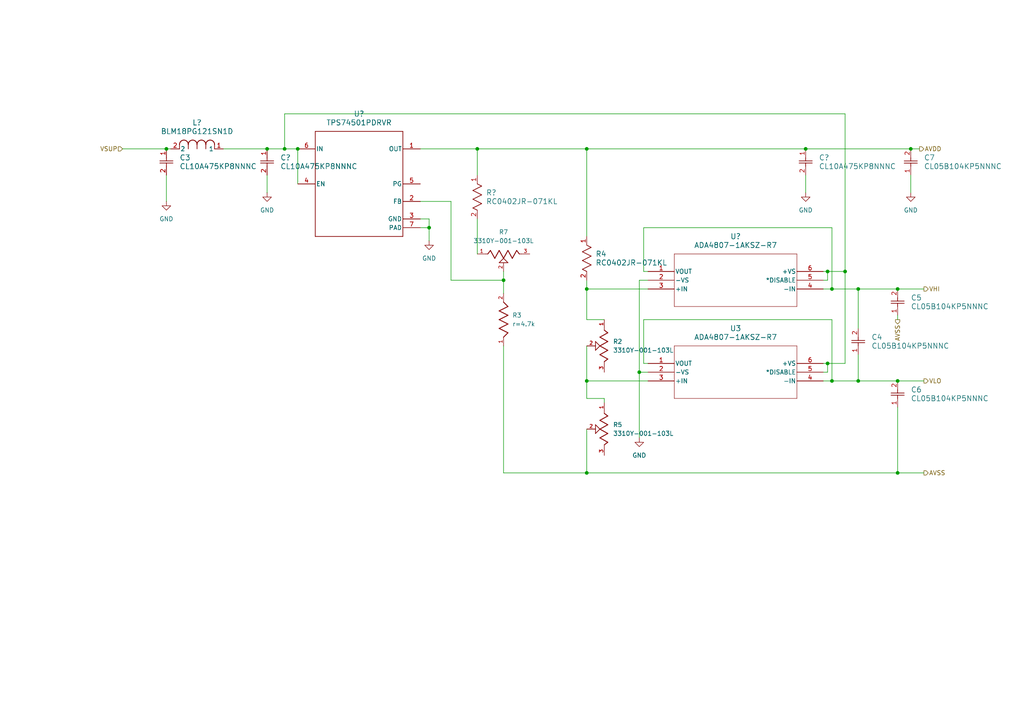
<source format=kicad_sch>
(kicad_sch (version 20231120) (generator "eeschema") (generator_version "8.0")
  (paper "A4")
  (lib_symbols
    (symbol "Cap100nF:CL05B104KP5NNNC" (pin_names (offset 0.254))
      (property "Reference" "C" (at 3.81 3.81 0))
      (property "Value" "CL05B104KP5NNNC" (at 3.81 -3.81 0))
      (symbol "CL05B104KP5NNNC_1_1"
        (polyline (pts (xy 2.54 0) (xy 3.4798 0)) (stroke (width 0.2032)))
        (polyline (pts (xy 3.4798 -1.905) (xy 3.4798 1.905)) (stroke (width 0.2032)))
        (polyline (pts (xy 4.1148 -1.905) (xy 4.1148 1.905)) (stroke (width 0.2032)))
        (polyline (pts (xy 4.1148 0) (xy 5.08 0)) (stroke (width 0.2032)))
        (pin unspecified line (at 0 0 0) (length 2.54) (name "") (number "1"))
        (pin unspecified line (at 7.62 0 180) (length 2.54) (name "") (number "2"))
      )
      (symbol "CL05B104KP5NNNC_1_2"
        (polyline (pts (xy -1.905 -4.1148) (xy 1.905 -4.1148)) (stroke (width 0.2032)))
        (polyline (pts (xy -1.905 -3.4798) (xy 1.905 -3.4798)) (stroke (width 0.2032)))
        (polyline (pts (xy 0 -4.1148) (xy 0 -5.08)) (stroke (width 0.2032)))
        (polyline (pts (xy 0 -2.54) (xy 0 -3.4798)) (stroke (width 0.2032)))
        (pin unspecified line (at 0 0 270) (length 2.54) (name "") (number "1"))
        (pin unspecified line (at 0 -7.62 90) (length 2.54) (name "") (number "2"))
      )
    )
    (symbol "Cap4.7uF:CL10A475KP8NNNC" (pin_names (offset 0.254))
      (property "Reference" "C" (at 3.81 3.81 0))
      (property "Value" "CL10A475KP8NNNC" (at 3.81 -3.81 0))
      (symbol "CL10A475KP8NNNC_1_1"
        (polyline (pts (xy 2.54 0) (xy 3.4798 0)) (stroke (width 0.2032)))
        (polyline (pts (xy 3.4798 -1.905) (xy 3.4798 1.905)) (stroke (width 0.2032)))
        (polyline (pts (xy 4.1148 -1.905) (xy 4.1148 1.905)) (stroke (width 0.2032)))
        (polyline (pts (xy 4.1148 0) (xy 5.08 0)) (stroke (width 0.2032)))
        (pin unspecified line (at 0 0 0) (length 2.54) (name "") (number "1"))
        (pin unspecified line (at 7.62 0 180) (length 2.54) (name "") (number "2"))
      )
      (symbol "CL10A475KP8NNNC_1_2"
        (polyline (pts (xy -1.905 -4.1148) (xy 1.905 -4.1148)) (stroke (width 0.2032)))
        (polyline (pts (xy -1.905 -3.4798) (xy 1.905 -3.4798)) (stroke (width 0.2032)))
        (polyline (pts (xy 0 -4.1148) (xy 0 -5.08)) (stroke (width 0.2032)))
        (polyline (pts (xy 0 -2.54) (xy 0 -3.4798)) (stroke (width 0.2032)))
        (pin unspecified line (at 0 0 270) (length 2.54) (name "") (number "1"))
        (pin unspecified line (at 0 -7.62 90) (length 2.54) (name "") (number "2"))
      )
    )
    (symbol "LDO:TPS74501PDRVR" (pin_names (offset 0.254))
      (property "Reference" "U" (at 0 2.54 0))
      (property "Value" "TPS74501PDRVR" (at 0 0 0))
      (symbol "TPS74501PDRVR_0_1"
        (polyline (pts (xy -12.7 -15.24) (xy 12.7 -15.24)) (stroke (width 0.2032)))
        (polyline (pts (xy -12.7 15.24) (xy -12.7 -15.24)) (stroke (width 0.2032)))
        (polyline (pts (xy 12.7 -15.24) (xy 12.7 15.24)) (stroke (width 0.2032)))
        (polyline (pts (xy 12.7 15.24) (xy -12.7 15.24)) (stroke (width 0.2032)))
        (pin power_in line (at 17.78 10.16 180) (length 5.08) (name "OUT") (number "1"))
        (pin input line (at 17.78 -5.08 180) (length 5.08) (name "FB") (number "2"))
        (pin power_in line (at 17.78 -10.16 180) (length 5.08) (name "GND") (number "3"))
        (pin input line (at -17.78 0 0) (length 5.08) (name "EN") (number "4"))
        (pin open_collector line (at 17.78 0 180) (length 5.08) (name "PG") (number "5"))
        (pin power_in line (at -17.78 10.16 0) (length 5.08) (name "IN") (number "6"))
        (pin power_in line (at 17.78 -12.7 180) (length 5.08) (name "PAD") (number "7"))
      )
    )
    (symbol "Opamp:ADA4807-1AKSZ-R7" (pin_names (offset 0.254))
      (property "Reference" "U" (at 25.4 10.16 0))
      (property "Value" "ADA4807-1AKSZ-R7" (at 25.4 7.62 0))
      (symbol "ADA4807-1AKSZ-R7_0_1"
        (polyline (pts (xy 7.62 -10.16) (xy 43.18 -10.16)) (stroke (width 0.127)))
        (polyline (pts (xy 7.62 5.08) (xy 7.62 -10.16)) (stroke (width 0.127)))
        (polyline (pts (xy 43.18 -10.16) (xy 43.18 5.08)) (stroke (width 0.127)))
        (polyline (pts (xy 43.18 5.08) (xy 7.62 5.08)) (stroke (width 0.127)))
        (pin power_in line (at 0 0 0) (length 7.62) (name "VOUT") (number "1"))
        (pin power_in line (at 0 -2.54 0) (length 7.62) (name "-VS") (number "2"))
        (pin input line (at 0 -5.08 0) (length 7.62) (name "+IN") (number "3"))
        (pin input line (at 50.8 -5.08 180) (length 7.62) (name "-IN") (number "4"))
        (pin unspecified line (at 50.8 -2.54 180) (length 7.62) (name "*DISABLE") (number "5"))
        (pin power_in line (at 50.8 0 180) (length 7.62) (name "+VS") (number "6"))
      )
    )
    (symbol "Resistor1k:RC0402JR-071KL" (pin_names (offset 0.254))
      (property "Reference" "R" (at 5.715 3.81 0))
      (property "Value" "RC0402JR-071KL" (at 6.35 -3.81 0))
      (symbol "RC0402JR-071KL_1_1"
        (polyline (pts (xy 2.54 0) (xy 3.175 1.27)) (stroke (width 0.2032)))
        (polyline (pts (xy 3.175 1.27) (xy 4.445 -1.27)) (stroke (width 0.2032)))
        (polyline (pts (xy 4.445 -1.27) (xy 5.715 1.27)) (stroke (width 0.2032)))
        (polyline (pts (xy 5.715 1.27) (xy 6.985 -1.27)) (stroke (width 0.2032)))
        (polyline (pts (xy 6.985 -1.27) (xy 8.255 1.27)) (stroke (width 0.2032)))
        (polyline (pts (xy 8.255 1.27) (xy 9.525 -1.27)) (stroke (width 0.2032)))
        (polyline (pts (xy 9.525 -1.27) (xy 10.16 0)) (stroke (width 0.2032)))
        (pin unspecified line (at 12.7 0 180) (length 2.54) (name "") (number "1"))
        (pin unspecified line (at 0 0 0) (length 2.54) (name "") (number "2"))
      )
      (symbol "RC0402JR-071KL_1_2"
        (polyline (pts (xy -1.27 3.175) (xy 1.27 4.445)) (stroke (width 0.2032)))
        (polyline (pts (xy -1.27 5.715) (xy 1.27 6.985)) (stroke (width 0.2032)))
        (polyline (pts (xy -1.27 8.255) (xy 1.27 9.525)) (stroke (width 0.2032)))
        (polyline (pts (xy 0 2.54) (xy -1.27 3.175)) (stroke (width 0.2032)))
        (polyline (pts (xy 1.27 4.445) (xy -1.27 5.715)) (stroke (width 0.2032)))
        (polyline (pts (xy 1.27 6.985) (xy -1.27 8.255)) (stroke (width 0.2032)))
        (polyline (pts (xy 1.27 9.525) (xy 0 10.16)) (stroke (width 0.2032)))
        (pin unspecified line (at 0 12.7 270) (length 2.54) (name "") (number "1"))
        (pin unspecified line (at 0 0 90) (length 2.54) (name "") (number "2"))
      )
    )
    (symbol "ferriteBeads120Ohm:BLM18PG121SN1D" (pin_names (offset 0.254))
      (property "Reference" "L" (at 6.985 5.08 0))
      (property "Value" "BLM18PG121SN1D" (at 6.985 -2.54 0))
      (symbol "BLM18PG121SN1D_1_1"
        (polyline (pts (xy 2.54 0) (xy 2.54 1.27)) (stroke (width 0.2032)))
        (polyline (pts (xy 5.08 0) (xy 5.08 1.27)) (stroke (width 0.2032)))
        (polyline (pts (xy 7.62 0) (xy 7.62 1.27)) (stroke (width 0.2032)))
        (polyline (pts (xy 10.16 0) (xy 10.16 1.27)) (stroke (width 0.2032)))
        (polyline (pts (xy 12.7 0) (xy 12.7 1.27)) (stroke (width 0.2032)))
        (arc (start 5.08 1.27) (mid 3.81 2.5344) (end 2.54 1.27) (stroke (width 0.254)))
        (arc (start 7.62 1.27) (mid 6.35 2.5344) (end 5.08 1.27) (stroke (width 0.254)))
        (arc (start 10.16 1.27) (mid 8.89 2.5344) (end 7.62 1.27) (stroke (width 0.254)))
        (arc (start 12.7 1.27) (mid 11.43 2.5344) (end 10.16 1.27) (stroke (width 0.254)))
        (pin unspecified line (at 15.24 0 180) (length 2.54) (name "1") (number "1"))
        (pin unspecified line (at 0 0 0) (length 2.54) (name "2") (number "2"))
      )
      (symbol "BLM18PG121SN1D_1_2"
        (arc (start -1.27 5.08) (mid -2.5344 3.81) (end -1.27 2.54) (stroke (width 0.254)))
        (arc (start -1.27 7.62) (mid -2.5344 6.35) (end -1.27 5.08) (stroke (width 0.254)))
        (arc (start -1.27 10.16) (mid -2.5344 8.89) (end -1.27 7.62) (stroke (width 0.254)))
        (arc (start -1.27 12.7) (mid -2.5344 11.43) (end -1.27 10.16) (stroke (width 0.254)))
        (polyline (pts (xy 0 2.54) (xy -1.27 2.54)) (stroke (width 0.2032)))
        (polyline (pts (xy 0 5.08) (xy -1.27 5.08)) (stroke (width 0.2032)))
        (polyline (pts (xy 0 7.62) (xy -1.27 7.62)) (stroke (width 0.2032)))
        (polyline (pts (xy 0 10.16) (xy -1.27 10.16)) (stroke (width 0.2032)))
        (polyline (pts (xy 0 12.7) (xy -1.27 12.7)) (stroke (width 0.2032)))
        (pin unspecified line (at 0 15.24 270) (length 2.54) (name "1") (number "1"))
        (pin unspecified line (at 0 0 90) (length 2.54) (name "2") (number "2"))
      )
    )
    (symbol "potentiometer:3310Y-001-103L" (pin_names (offset 1.016))
      (property "Reference" "R" (at -5.0895 5.0895 0))
      (property "Value" "3310Y-001-103L" (at -5.0814 2.5407 0))
      (symbol "3310Y-001-103L_0_0"
        (polyline (pts (xy -5.08 0) (xy -4.572 0)) (stroke (width 0.1524)))
        (polyline (pts (xy -4.572 0) (xy -3.81 1.016)) (stroke (width 0.254)))
        (polyline (pts (xy -3.81 1.016) (xy -2.54 -1.27)) (stroke (width 0.254)))
        (polyline (pts (xy -2.54 -1.27) (xy -1.27 1.016)) (stroke (width 0.254)))
        (polyline (pts (xy -1.27 -2.54) (xy 0 -1.27)) (stroke (width 0.2032)))
        (polyline (pts (xy -1.27 1.016) (xy 0 -1.27)) (stroke (width 0.254)))
        (polyline (pts (xy 0 -1.27) (xy 1.27 -2.54)) (stroke (width 0.2032)))
        (polyline (pts (xy 0 -1.27) (xy 1.27 1.016)) (stroke (width 0.254)))
        (polyline (pts (xy 1.27 -2.54) (xy -1.27 -2.54)) (stroke (width 0.2032)))
        (polyline (pts (xy 1.27 1.016) (xy 2.54 -1.27)) (stroke (width 0.254)))
        (polyline (pts (xy 2.54 -1.27) (xy 3.81 1.016)) (stroke (width 0.254)))
        (polyline (pts (xy 3.81 1.016) (xy 4.572 0)) (stroke (width 0.254)))
        (polyline (pts (xy 4.572 0) (xy 5.08 0)) (stroke (width 0.1524)))
        (pin passive line (at -7.62 0 0) (length 2.54) (name "~") (number "1"))
        (pin passive line (at 0 -5.08 90) (length 2.54) (name "~") (number "2"))
        (pin passive line (at 7.62 0 180) (length 2.54) (name "~") (number "3"))
      )
    )
    (symbol "power:GND" (power) (pin_numbers hide) (pin_names (offset 0) hide)
      (property "Value" "GND" (at 0 -3.81 0))
      (symbol "GND_0_1"
        (polyline (pts (xy 0 0) (xy 0 -1.27) (xy 1.27 -1.27) (xy 0 -2.54) (xy -1.27 -1.27) (xy 0 -1.27)))
      )
      (symbol "GND_1_1"
        (pin power_in line (at 0 0 270) (length 0) (name "~") (number "1"))
      )
    )
    (symbol "resistor4.7k:RC0402FR-074K7L" (pin_names (offset 1.016))
      (property "Reference" "R" (at -4.447 2.0075 0))
      (property "Value" "RC0402FR-074K7L" (at -4.4467 -3.5574 0))
      (symbol "RC0402FR-074K7L_0_0"
        (polyline (pts (xy -5.08 0) (xy -3.81 -1.27)) (stroke (width 0.254)))
        (polyline (pts (xy -3.81 -1.27) (xy -2.54 1.27)) (stroke (width 0.254)))
        (polyline (pts (xy -2.54 1.27) (xy -1.27 -1.27)) (stroke (width 0.254)))
        (polyline (pts (xy -1.27 -1.27) (xy 0 1.27)) (stroke (width 0.254)))
        (polyline (pts (xy 0 1.27) (xy 1.27 -1.27)) (stroke (width 0.254)))
        (polyline (pts (xy 1.27 -1.27) (xy 2.54 1.27)) (stroke (width 0.254)))
        (polyline (pts (xy 2.54 1.27) (xy 3.81 -1.27)) (stroke (width 0.254)))
        (polyline (pts (xy 3.81 -1.27) (xy 5.08 0)) (stroke (width 0.254)))
        (pin passive line (at -7.62 0 0) (length 2.54) (name "~") (number "1"))
        (pin passive line (at 7.62 0 180) (length 2.54) (name "~") (number "2"))
      )
    )
  )
  (junction (at 233.68 43.18))
  (junction (at 260.35 110.49))
  (junction (at 248.92 110.49))
  (junction (at 170.18 137.16))
  (junction (at 240.03 105.41))
  (junction (at 170.18 83.82))
  (junction (at 82.55 43.18))
  (junction (at 77.47 43.18))
  (junction (at 170.18 43.18))
  (junction (at 241.3 83.82))
  (junction (at 86.36 43.18))
  (junction (at 48.26 43.18))
  (junction (at 260.35 137.16))
  (junction (at 260.35 83.82))
  (junction (at 241.3 110.49))
  (junction (at 138.43 43.18))
  (junction (at 264.16 43.18))
  (junction (at 124.46 66.04))
  (junction (at 240.03 78.74))
  (junction (at 248.92 83.82))
  (junction (at 146.05 81.28))
  (junction (at 245.11 78.74))
  (junction (at 185.42 107.95))
  (junction (at 170.18 110.49))
  (wire (pts (xy 138.43 63.5) (xy 138.43 73.66)))
  (wire (pts (xy 185.42 107.95) (xy 187.96 107.95)))
  (wire (pts (xy 240.03 105.41) (xy 240.03 107.95)))
  (wire (pts (xy 170.18 100.33) (xy 170.18 110.49)))
  (wire (pts (xy 241.3 110.49) (xy 248.92 110.49)))
  (wire (pts (xy 238.76 78.74) (xy 240.03 78.74)))
  (wire (pts (xy 146.05 81.28) (xy 130.81 81.28)))
  (wire (pts (xy 170.18 43.18) (xy 233.68 43.18)))
  (wire (pts (xy 248.92 83.82) (xy 260.35 83.82)))
  (wire (pts (xy 170.18 92.71) (xy 175.26 92.71)))
  (wire (pts (xy 138.43 43.18) (xy 170.18 43.18)))
  (wire (pts (xy 241.3 66.04) (xy 186.69 66.04)))
  (wire (pts (xy 121.92 43.18) (xy 138.43 43.18)))
  (wire (pts (xy 240.03 105.41) (xy 245.11 105.41)))
  (wire (pts (xy 77.47 55.88) (xy 77.47 50.8)))
  (wire (pts (xy 241.3 83.82) (xy 241.3 66.04)))
  (wire (pts (xy 185.42 81.28) (xy 187.96 81.28)))
  (wire (pts (xy 238.76 107.95) (xy 240.03 107.95)))
  (wire (pts (xy 170.18 43.18) (xy 170.18 68.58)))
  (wire (pts (xy 185.42 107.95) (xy 185.42 127)))
  (wire (pts (xy 245.11 33.02) (xy 245.11 78.74)))
  (wire (pts (xy 121.92 66.04) (xy 124.46 66.04)))
  (wire (pts (xy 35.56 43.18) (xy 48.26 43.18)))
  (wire (pts (xy 146.05 137.16) (xy 170.18 137.16)))
  (wire (pts (xy 264.16 50.8) (xy 264.16 55.88)))
  (wire (pts (xy 260.35 118.11) (xy 260.35 137.16)))
  (wire (pts (xy 241.3 110.49) (xy 241.3 92.71)))
  (wire (pts (xy 146.05 78.74) (xy 146.05 81.28)))
  (wire (pts (xy 245.11 78.74) (xy 245.11 105.41)))
  (wire (pts (xy 260.35 137.16) (xy 267.97 137.16)))
  (wire (pts (xy 240.03 78.74) (xy 240.03 81.28)))
  (wire (pts (xy 146.05 100.33) (xy 146.05 137.16)))
  (wire (pts (xy 241.3 83.82) (xy 248.92 83.82)))
  (wire (pts (xy 124.46 66.04) (xy 124.46 69.85)))
  (wire (pts (xy 82.55 33.02) (xy 245.11 33.02)))
  (wire (pts (xy 240.03 78.74) (xy 245.11 78.74)))
  (wire (pts (xy 248.92 83.82) (xy 248.92 95.25)))
  (wire (pts (xy 248.92 102.87) (xy 248.92 110.49)))
  (wire (pts (xy 138.43 43.18) (xy 138.43 50.8)))
  (wire (pts (xy 170.18 81.28) (xy 170.18 83.82)))
  (wire (pts (xy 238.76 81.28) (xy 240.03 81.28)))
  (wire (pts (xy 48.26 43.18) (xy 49.53 43.18)))
  (wire (pts (xy 170.18 124.46) (xy 170.18 137.16)))
  (wire (pts (xy 77.47 43.18) (xy 82.55 43.18)))
  (wire (pts (xy 186.69 66.04) (xy 186.69 78.74)))
  (wire (pts (xy 82.55 43.18) (xy 86.36 43.18)))
  (wire (pts (xy 248.92 110.49) (xy 260.35 110.49)))
  (wire (pts (xy 170.18 83.82) (xy 170.18 92.71)))
  (wire (pts (xy 260.35 110.49) (xy 267.97 110.49)))
  (wire (pts (xy 238.76 110.49) (xy 241.3 110.49)))
  (wire (pts (xy 82.55 43.18) (xy 82.55 33.02)))
  (wire (pts (xy 186.69 92.71) (xy 186.69 105.41)))
  (wire (pts (xy 186.69 105.41) (xy 187.96 105.41)))
  (wire (pts (xy 185.42 81.28) (xy 185.42 107.95)))
  (wire (pts (xy 186.69 78.74) (xy 187.96 78.74)))
  (wire (pts (xy 170.18 83.82) (xy 187.96 83.82)))
  (wire (pts (xy 130.81 81.28) (xy 130.81 58.42)))
  (wire (pts (xy 124.46 63.5) (xy 124.46 66.04)))
  (wire (pts (xy 260.35 91.44) (xy 260.35 92.71)))
  (wire (pts (xy 233.68 43.18) (xy 264.16 43.18)))
  (wire (pts (xy 238.76 83.82) (xy 241.3 83.82)))
  (wire (pts (xy 121.92 63.5) (xy 124.46 63.5)))
  (wire (pts (xy 241.3 92.71) (xy 186.69 92.71)))
  (wire (pts (xy 170.18 137.16) (xy 260.35 137.16)))
  (wire (pts (xy 86.36 43.18) (xy 86.36 53.34)))
  (wire (pts (xy 170.18 110.49) (xy 187.96 110.49)))
  (wire (pts (xy 175.26 115.57) (xy 175.26 116.84)))
  (wire (pts (xy 146.05 81.28) (xy 146.05 85.09)))
  (wire (pts (xy 260.35 83.82) (xy 267.97 83.82)))
  (wire (pts (xy 264.16 43.18) (xy 266.7 43.18)))
  (wire (pts (xy 238.76 105.41) (xy 240.03 105.41)))
  (wire (pts (xy 130.81 58.42) (xy 121.92 58.42)))
  (wire (pts (xy 48.26 50.8) (xy 48.26 58.42)))
  (wire (pts (xy 233.68 50.8) (xy 233.68 55.88)))
  (wire (pts (xy 64.77 43.18) (xy 77.47 43.18)))
  (wire (pts (xy 170.18 110.49) (xy 170.18 115.57)))
  (wire (pts (xy 170.18 115.57) (xy 175.26 115.57)))
  (hierarchical_label "VHI" (shape output) (at 267.97 83.82 0))
  (hierarchical_label "VLO" (shape output) (at 267.97 110.49 0))
  (hierarchical_label "VSUP" (shape input) (at 35.56 43.18 180))
  (hierarchical_label "AVDD" (shape output) (at 266.7 43.18 0))
  (hierarchical_label "AVSS" (shape output) (at 267.97 137.16 0))
  (hierarchical_label "AVSS" (shape output) (at 260.35 92.71 270))
  (symbol (lib_id "power:GND") (at 264.16 55.88 0) (unit 1)
    (property "Reference" "#PWR022" (effects (hide yes)))
    (property "Value" "GND" (at 264.16 60.96 0))
    (property "Description" "Power symbol creates a global label with name \"GND\" , ground" (effects (hide yes)))
  )
  (symbol (lib_id "Resistor1k:RC0402JR-071KL") (at 138.43 63.5 90) (unit 1)
    (property "Reference" "R?" (at 140.97 55.8799 90) (effects (font (size 1.524 1.524)) (justify right)))
    (property "Value" "RC0402JR-071KL" (at 140.97 58.4199 90) (effects (font (size 1.524 1.524)) (justify right)))
    (property "Footprint" "RC0402N_YAG" (effects (hide yes)))
    (property "Datasheet" "RC0402JR-071KL" (effects (hide yes)))
    (property "Sim.Device" "R" (effects (hide yes)))
    (property "Sim.Pins" "1=+ 2=-" (effects (hide yes)))
    (property "Sim.Params" "r=1k" (effects (hide yes)))
    (property "Sim.Type" "=" (effects (hide yes)))
    (instances (project "" (path "" (reference "R?") (unit 1))) (project "" (path "" (reference "R1") (unit 1))))
  )
  (symbol (lib_id "potentiometer:3310Y-001-103L") (at 175.26 100.33 270) (unit 1)
    (property "Reference" "R2" (at 177.8 99.0599 90) (effects (justify left)))
    (property "Value" "3310Y-001-103L" (at 177.8 101.5999 90) (effects (justify left)))
    (property "Footprint" "3310Y-001-103L:TRIM_3310Y-001-103L" (effects (hide yes)))
    (property "STANDARD" "IPC 7351B" (effects (hide yes)))
    (property "MANUFACTURER" "BOURNS" (effects (hide yes)))
    (property "Sim.Device" "R" (effects (hide yes)))
    (property "Sim.Type" "POT" (effects (hide yes)))
    (property "Sim.Pins" "1=r0 2=wiper 3=r1" (effects (hide yes)))
    (property "Sim.Params" "r=5k" (effects (hide yes)))
  )
  (symbol (lib_id "potentiometer:3310Y-001-103L") (at 146.05 73.66 0) (unit 1)
    (property "Reference" "R7" (at 146.05 67.31 0))
    (property "Value" "3310Y-001-103L" (at 146.05 69.85 0))
    (property "Footprint" "3310Y-001-103L:TRIM_3310Y-001-103L" (effects (hide yes)))
    (property "STANDARD" "IPC 7351B" (effects (hide yes)))
    (property "MANUFACTURER" "BOURNS" (effects (hide yes)))
    (property "Sim.Device" "R" (effects (hide yes)))
    (property "Sim.Type" "POT" (effects (hide yes)))
    (property "Sim.Pins" "1=r0 2=wiper 3=r1" (effects (hide yes)))
    (property "Sim.Params" "r=5k" (effects (hide yes)))
  )
  (symbol (lib_id "Cap4.7uF:CL10A475KP8NNNC") (at 77.47 43.18 270) (unit 1)
    (property "Reference" "C?" (at 81.28 45.7199 90) (effects (font (size 1.524 1.524)) (justify left)))
    (property "Value" "CL10A475KP8NNNC" (at 81.28 48.2599 90) (effects (font (size 1.524 1.524)) (justify left)))
    (property "Footprint" "CAP_0603_CL10A_1P6XP8_SAM" (effects (hide yes)))
    (property "Datasheet" "CL10A475KP8NNNC" (effects (hide yes)))
    (property "Sim.Library" "/home/maxwell/github-repos/sp-24-EE628/6_Test/2_PCB/test_board_1/TestBoardEDA/models/CL10A475KP8NNN_Precise_DC0V_25degC_P.lib" (effects (hide yes)))
    (property "Sim.Name" "CL10A475KP8NNN_Precise_DC0V_25degC" (effects (hide yes)))
    (property "Sim.Device" "SUBCKT" (effects (hide yes)))
    (property "Sim.Pins" "1=1 2=2" (effects (hide yes)))
    (instances (project "" (path "" (reference "C?") (unit 1))) (project "" (path "" (reference "C1") (unit 1))))
  )
  (symbol (lib_id "Cap100nF:CL05B104KP5NNNC") (at 248.92 102.87 90) (unit 1)
    (property "Reference" "C4" (at 252.73 97.7899 90) (effects (font (size 1.524 1.524)) (justify right)))
    (property "Value" "CL05B104KP5NNNC" (at 252.73 100.3299 90) (effects (font (size 1.524 1.524)) (justify right)))
    (property "Footprint" "CAP_CL05_SAM" (effects (hide yes)))
    (property "Datasheet" "CL05B104KP5NNNC" (effects (hide yes)))
    (property "Sim.Device" "C" (effects (hide yes)))
    (property "Sim.Pins" "1=+ 2=-" (effects (hide yes)))
    (property "Sim.Params" "c=100n" (effects (hide yes)))
    (property "Sim.Type" "=" (effects (hide yes)))
  )
  (symbol (lib_id "Cap4.7uF:CL10A475KP8NNNC") (at 48.26 43.18 270) (unit 1)
    (property "Reference" "C3" (at 52.07 45.7199 90) (effects (font (size 1.524 1.524)) (justify left)))
    (property "Value" "CL10A475KP8NNNC" (at 52.07 48.2599 90) (effects (font (size 1.524 1.524)) (justify left)))
    (property "Footprint" "CAP_0603_CL10A_1P6XP8_SAM" (effects (hide yes)))
    (property "Datasheet" "CL10A475KP8NNNC" (effects (hide yes)))
    (property "Sim.Library" "/home/maxwell/github-repos/sp-24-EE628/6_Test/2_PCB/test_board_1/TestBoardEDA/models/CL10A475KP8NNN_Precise_DC0V_25degC_P.lib" (effects (hide yes)))
    (property "Sim.Name" "CL10A475KP8NNN_Precise_DC0V_25degC" (effects (hide yes)))
    (property "Sim.Device" "SUBCKT" (effects (hide yes)))
    (property "Sim.Pins" "1=1 2=2" (effects (hide yes)))
  )
  (symbol (lib_id "resistor4.7k:RC0402FR-074K7L") (at 146.05 92.71 90) (unit 1)
    (property "Reference" "R3" (at 148.59 91.4399 90) (effects (justify right)))
    (property "Value" "${SIM.PARAMS}" (at 148.59 93.9799 90) (effects (justify right)))
    (property "Footprint" "RC0402FR-074K7L:RESC1005X40" (effects (hide yes)))
    (property "DigiKey_Part_Number" "311-4.7KLRTR-ND" (effects (hide yes)))
    (property "SnapEDA_Link" "https://www.snapeda.com/parts/RC0402FR-074K7L/Yageo/view-part/?ref=snap" (effects (hide yes)))
    (property "Description_1" "\n4.7 kOhms ±1% 0.063W, 1/16W Chip Resistor 0402 (1005 Metric) Moisture Resistant Thick Film\n" (effects (hide yes)))
    (property "Package" "1005 Panasonic Electronic Components" (effects (hide yes)))
    (property "Check_prices" "https://www.snapeda.com/parts/RC0402FR-074K7L/Yageo/view-part/?ref=eda" (effects (hide yes)))
    (property "MF" "Yageo" (effects (hide yes)))
    (property "MP" "RC0402FR-074K7L" (effects (hide yes)))
    (property "MANUFACTURER" "YAGEO" (effects (hide yes)))
    (property "Sim.Device" "R" (effects (hide yes)))
    (property "Sim.Type" "=" (effects (hide yes)))
    (property "Sim.Params" "r=4.7k" (effects (hide yes)))
    (property "Sim.Pins" "1=+ 2=-" (effects (hide yes)))
  )
  (symbol (lib_id "Cap100nF:CL05B104KP5NNNC") (at 260.35 91.44 90) (unit 1)
    (property "Reference" "C5" (at 264.16 86.3599 90) (effects (font (size 1.524 1.524)) (justify right)))
    (property "Value" "CL05B104KP5NNNC" (at 264.16 88.8999 90) (effects (font (size 1.524 1.524)) (justify right)))
    (property "Footprint" "CAP_CL05_SAM" (effects (hide yes)))
    (property "Datasheet" "CL05B104KP5NNNC" (effects (hide yes)))
    (property "Sim.Device" "C" (effects (hide yes)))
    (property "Sim.Pins" "1=+ 2=-" (effects (hide yes)))
    (property "Sim.Params" "c=100n" (effects (hide yes)))
    (property "Sim.Type" "=" (effects (hide yes)))
  )
  (symbol (lib_id "power:GND") (at 124.46 69.85 0) (unit 1)
    (property "Reference" "#PWR?" (effects (hide yes)))
    (property "Value" "GND" (at 124.46 74.93 0))
    (property "Description" "Power symbol creates a global label with name \"GND\" , ground" (effects (hide yes)))
    (instances (project "ldo" (path "" (reference "#PWR?") (unit 1))) (project "" (path "" (reference "#PWR0102") (unit 1))))
  )
  (symbol (lib_id "Opamp:ADA4807-1AKSZ-R7") (at 187.96 105.41 0) (unit 1)
    (property "Reference" "U3" (at 213.36 95.25 0) (effects (font (size 1.524 1.524))))
    (property "Value" "ADA4807-1AKSZ-R7" (at 213.36 97.79 0) (effects (font (size 1.524 1.524))))
    (property "Footprint" "KS-6_ADI" (effects (hide yes)))
    (property "Datasheet" "ADA4807-1AKSZ-R7" (effects (hide yes)))
    (property "Sim.Library" "/home/maxwell/github-repos/sp-24-EE628/6_Test/2_PCB/test_board_1/TestBoardEDA/models/ADA4807.cir" (effects (hide yes)))
    (property "Sim.Name" "ADA4807" (effects (hide yes)))
    (property "Sim.Device" "SUBCKT" (effects (hide yes)))
    (property "Sim.Pins" "1=104 2=103 3=100 4=101 5=106 6=102" (effects (hide yes)))
    (instances (project "" (path "" (reference "U3") (unit 1))) (project "OpAmps_p1_p2_300mv" (path "" (reference "U?") (unit 1))))
  )
  (symbol (lib_id "Resistor1k:RC0402JR-071KL") (at 170.18 81.28 90) (unit 1)
    (property "Reference" "R4" (at 172.72 73.6599 90) (effects (font (size 1.524 1.524)) (justify right)))
    (property "Value" "RC0402JR-071KL" (at 172.72 76.1999 90) (effects (font (size 1.524 1.524)) (justify right)))
    (property "Footprint" "RC0402N_YAG" (effects (hide yes)))
    (property "Datasheet" "RC0402JR-071KL" (effects (hide yes)))
    (property "Sim.Device" "R" (effects (hide yes)))
    (property "Sim.Pins" "1=+ 2=-" (effects (hide yes)))
    (property "Sim.Params" "r=1k" (effects (hide yes)))
    (property "Sim.Type" "=" (effects (hide yes)))
  )
  (symbol (lib_id "LDO:TPS74501PDRVR") (at 104.14 53.34 0) (unit 1)
    (property "Reference" "U?" (at 104.14 33.02 0) (effects (font (size 1.524 1.524))))
    (property "Value" "TPS74501PDRVR" (at 104.14 35.56 0) (effects (font (size 1.524 1.524))))
    (property "Footprint" "DRV0006A" (effects (hide yes)))
    (property "Datasheet" "TPS74501PDRVR" (effects (hide yes)))
    (property "Sim.Library" "/home/maxwell/github-repos/sp-24-EE628/6_Test/2_PCB/test_board_1/TestBoardEDA/models/TPS74501P_TRANS.lib" (effects (hide yes)))
    (property "Sim.Name" "TPS74501P_TRANS" (effects (hide yes)))
    (property "Sim.Device" "SUBCKT" (effects (hide yes)))
    (property "Sim.Pins" "1=VOUT 2=FB 3=GND 4=EN 5=PG 6=VIN" (effects (hide yes)))
    (instances (project "" (path "" (reference "U?") (unit 1))) (project "" (path "" (reference "U1") (unit 1))))
  )
  (symbol (lib_id "potentiometer:3310Y-001-103L") (at 175.26 124.46 270) (unit 1)
    (property "Reference" "R5" (at 177.8 123.1899 90) (effects (justify left)))
    (property "Value" "3310Y-001-103L" (at 177.8 125.7299 90) (effects (justify left)))
    (property "Footprint" "3310Y-001-103L:TRIM_3310Y-001-103L" (effects (hide yes)))
    (property "STANDARD" "IPC 7351B" (effects (hide yes)))
    (property "MANUFACTURER" "BOURNS" (effects (hide yes)))
    (property "Sim.Device" "R" (effects (hide yes)))
    (property "Sim.Type" "POT" (effects (hide yes)))
    (property "Sim.Pins" "1=r0 2=wiper 3=r1" (effects (hide yes)))
    (property "Sim.Params" "r=5k" (effects (hide yes)))
  )
  (symbol (lib_id "power:GND") (at 77.47 55.88 0) (unit 1)
    (property "Reference" "#PWR0101" (effects (hide yes)))
    (property "Value" "GND" (at 77.47 60.96 0))
    (property "Description" "Power symbol creates a global label with name \"GND\" , ground" (effects (hide yes)))
  )
  (symbol (lib_id "Opamp:ADA4807-1AKSZ-R7") (at 187.96 78.74 0) (unit 1)
    (property "Reference" "U?" (at 213.36 68.58 0) (effects (font (size 1.524 1.524))))
    (property "Value" "ADA4807-1AKSZ-R7" (at 213.36 71.12 0) (effects (font (size 1.524 1.524))))
    (property "Footprint" "KS-6_ADI" (effects (hide yes)))
    (property "Datasheet" "ADA4807-1AKSZ-R7" (effects (hide yes)))
    (property "Sim.Library" "/home/maxwell/github-repos/sp-24-EE628/6_Test/2_PCB/test_board_1/TestBoardEDA/models/ADA4807.cir" (effects (hide yes)))
    (property "Sim.Name" "ADA4807" (effects (hide yes)))
    (property "Sim.Device" "SUBCKT" (effects (hide yes)))
    (property "Sim.Pins" "1=104 2=103 3=100 4=101 5=106 6=102" (effects (hide yes)))
    (instances (project "opamp1_pot_low" (path "" (reference "U?") (unit 1))) (project "" (path "" (reference "U?") (unit 1))) (project "" (path "" (reference "U2") (unit 1))) (project "" (path "" (reference "U?") (unit 1))))
  )
  (symbol (lib_id "Cap4.7uF:CL10A475KP8NNNC") (at 233.68 43.18 270) (unit 1)
    (property "Reference" "C?" (at 237.49 45.7199 90) (effects (font (size 1.524 1.524)) (justify left)))
    (property "Value" "CL10A475KP8NNNC" (at 237.49 48.2599 90) (effects (font (size 1.524 1.524)) (justify left)))
    (property "Footprint" "CAP_0603_CL10A_1P6XP8_SAM" (effects (hide yes)))
    (property "Datasheet" "CL10A475KP8NNNC" (effects (hide yes)))
    (property "Sim.Library" "/home/maxwell/github-repos/sp-24-EE628/6_Test/2_PCB/test_board_1/TestBoardEDA/models/CL10A475KP8NNN_Precise_DC0V_25degC_P.lib" (effects (hide yes)))
    (property "Sim.Name" "CL10A475KP8NNN_Precise_DC0V_25degC" (effects (hide yes)))
    (property "Sim.Device" "SUBCKT" (effects (hide yes)))
    (property "Sim.Pins" "1=1 2=2" (effects (hide yes)))
    (instances (project "ldo" (path "" (reference "C?") (unit 1))) (project "" (path "" (reference "C2") (unit 1))))
  )
  (symbol (lib_id "power:GND") (at 48.26 58.42 0) (unit 1)
    (property "Reference" "#PWR01" (effects (hide yes)))
    (property "Value" "GND" (at 48.26 63.5 0))
    (property "Description" "Power symbol creates a global label with name \"GND\" , ground" (effects (hide yes)))
  )
  (symbol (lib_id "power:GND") (at 185.42 127 0) (unit 1)
    (property "Reference" "#PWR0107" (effects (hide yes)))
    (property "Value" "GND" (at 185.42 132.08 0))
    (property "Description" "Power symbol creates a global label with name \"GND\" , ground" (effects (hide yes)))
    (instances (project "" (path "" (reference "#PWR0107") (unit 1))) (project "OpAmps_p1_p2_300mv" (path "" (reference "#PWR?") (unit 1))))
  )
  (symbol (lib_id "Cap100nF:CL05B104KP5NNNC") (at 260.35 118.11 90) (unit 1)
    (property "Reference" "C6" (at 264.16 113.0299 90) (effects (font (size 1.524 1.524)) (justify right)))
    (property "Value" "CL05B104KP5NNNC" (at 264.16 115.5699 90) (effects (font (size 1.524 1.524)) (justify right)))
    (property "Footprint" "CAP_CL05_SAM" (effects (hide yes)))
    (property "Datasheet" "CL05B104KP5NNNC" (effects (hide yes)))
    (property "Sim.Device" "C" (effects (hide yes)))
    (property "Sim.Pins" "1=+ 2=-" (effects (hide yes)))
    (property "Sim.Params" "c=100n" (effects (hide yes)))
    (property "Sim.Type" "=" (effects (hide yes)))
  )
  (symbol (lib_id "power:GND") (at 233.68 55.88 0) (unit 1)
    (property "Reference" "#PWR07" (effects (hide yes)))
    (property "Value" "GND" (at 233.68 60.96 0))
    (property "Description" "Power symbol creates a global label with name \"GND\" , ground" (effects (hide yes)))
  )
  (symbol (lib_id "ferriteBeads120Ohm:BLM18PG121SN1D") (at 49.53 43.18 0) (unit 1)
    (property "Reference" "L?" (at 57.15 35.56 0) (effects (font (size 1.524 1.524))))
    (property "Value" "BLM18PG121SN1D" (at 57.15 38.1 0) (effects (font (size 1.524 1.524))))
    (property "Footprint" "IND_BLM18_0603_MUR" (effects (hide yes)))
    (property "Datasheet" "BLM18PG121SN1D" (effects (hide yes)))
    (property "Sim.Library" "/home/maxwell/github-repos/sp-24-EE628/6_Test/2_PCB/test_board_1/TestBoardEDA/models/BLM18PG121SN1.mod" (effects (hide yes)))
    (property "Sim.Name" "BLM18PG121SN1" (effects (hide yes)))
    (property "Sim.Device" "SUBCKT" (effects (hide yes)))
    (property "Sim.Pins" "1=port1 2=port2" (effects (hide yes)))
    (instances (project "" (path "" (reference "L?") (unit 1))) (project "" (path "" (reference "L1") (unit 1))))
  )
  (symbol (lib_id "Cap100nF:CL05B104KP5NNNC") (at 264.16 50.8 90) (unit 1)
    (property "Reference" "C7" (at 267.97 45.7199 90) (effects (font (size 1.524 1.524)) (justify right)))
    (property "Value" "CL05B104KP5NNNC" (at 267.97 48.2599 90) (effects (font (size 1.524 1.524)) (justify right)))
    (property "Footprint" "CAP_CL05_SAM" (effects (hide yes)))
    (property "Datasheet" "CL05B104KP5NNNC" (effects (hide yes)))
    (property "Sim.Device" "C" (effects (hide yes)))
    (property "Sim.Pins" "1=+ 2=-" (effects (hide yes)))
    (property "Sim.Params" "c=100n" (effects (hide yes)))
    (property "Sim.Type" "=" (effects (hide yes)))
  )
)
</source>
